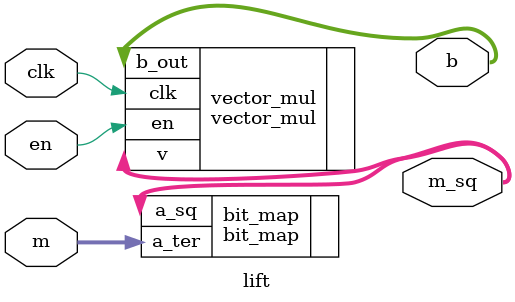
<source format=sv>
module lift #(parameter NUMS_OF_A_TER=700*2, parameter NUMS_OF_A_SQ=700*13)
(
input logic clk,
input logic en,
input logic [4:1] m,
output logic [NUMS_OF_A_SQ+13:1] b,
output logic [26:1] m_sq
);

bit_map bit_map (.a_ter(m), .a_sq(m_sq));
vector_mul vector_mul (.clk(clk),.en(en),.v(m_sq),.b_out(b));
endmodule

</source>
